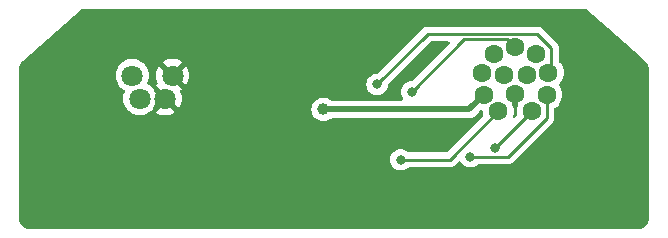
<source format=gbr>
%TF.GenerationSoftware,KiCad,Pcbnew,7.0.9*%
%TF.CreationDate,2024-04-07T02:27:09-04:00*%
%TF.ProjectId,rearbox_peripheral_io_bottom,72656172-626f-4785-9f70-657269706865,rev?*%
%TF.SameCoordinates,Original*%
%TF.FileFunction,Copper,L2,Bot*%
%TF.FilePolarity,Positive*%
%FSLAX46Y46*%
G04 Gerber Fmt 4.6, Leading zero omitted, Abs format (unit mm)*
G04 Created by KiCad (PCBNEW 7.0.9) date 2024-04-07 02:27:09*
%MOMM*%
%LPD*%
G01*
G04 APERTURE LIST*
%TA.AperFunction,ComponentPad*%
%ADD10C,1.600000*%
%TD*%
%TA.AperFunction,ComponentPad*%
%ADD11C,1.800000*%
%TD*%
%TA.AperFunction,ViaPad*%
%ADD12C,0.800000*%
%TD*%
%TA.AperFunction,ViaPad*%
%ADD13C,1.000000*%
%TD*%
%TA.AperFunction,Conductor*%
%ADD14C,0.250000*%
%TD*%
%TA.AperFunction,Conductor*%
%ADD15C,0.500000*%
%TD*%
G04 APERTURE END LIST*
D10*
%TO.P,J1,1,1*%
%TO.N,/Red*%
X91020130Y-71024150D03*
%TO.P,J1,2,2*%
%TO.N,Net-(Input1-Pad7)*%
X93876198Y-71024109D03*
%TO.P,J1,3,3*%
%TO.N,Net-(Input1-Pad6)*%
X95120143Y-69627500D03*
%TO.P,J1,4,4*%
%TO.N,Net-(Input1-Pad2)*%
X95252692Y-67761762D03*
%TO.P,J1,5,5*%
%TO.N,/Bl*%
X94218525Y-66203148D03*
%TO.P,J1,6,6*%
%TO.N,Net-(Input1-Pad5)*%
X92448158Y-65600214D03*
%TO.P,J1,7,7*%
%TO.N,Net-(Input1-Pad3)*%
X90677790Y-66203148D03*
%TO.P,J1,8,8*%
%TO.N,Net-(Input1-Pad4)*%
X89643624Y-67761762D03*
%TO.P,J1,9,9*%
%TO.N,Net-(J1-Pad9)*%
X89776172Y-69627500D03*
%TO.P,J1,10,10*%
%TO.N,GND*%
X92448158Y-69600116D03*
%TO.P,J1,11,11*%
%TO.N,unconnected-(J1-Pad11)*%
X93400785Y-67950119D03*
%TO.P,J1,12,12*%
%TO.N,unconnected-(J1-Pad12)*%
X91495530Y-67950119D03*
%TD*%
D11*
%TO.P,J3,1,Pin_1*%
%TO.N,Net-(J3-Pin_1)*%
X60031395Y-67999322D03*
%TO.P,J3,2,Pin_2*%
X60656489Y-69949321D03*
%TO.P,J3,3,Pin_3*%
%TO.N,GND*%
X63431439Y-67999322D03*
%TO.P,J3,4,Pin_4*%
X62806416Y-69949321D03*
%TD*%
D12*
%TO.N,Net-(Input1-Pad2)*%
X80746247Y-68757447D03*
%TO.N,Net-(Input1-Pad5)*%
X83667600Y-69392800D03*
%TO.N,Net-(Input1-Pad6)*%
X88646000Y-74879200D03*
%TO.N,Net-(Input1-Pad7)*%
X90728800Y-74154700D03*
%TO.N,/Red*%
X82753200Y-75133200D03*
D13*
%TO.N,Net-(J1-Pad9)*%
X76200000Y-70866000D03*
%TD*%
D14*
%TO.N,Net-(Input1-Pad2)*%
X94294814Y-64475214D02*
X95504000Y-65684400D01*
X80746953Y-68757447D02*
X85029186Y-64475214D01*
X95504000Y-67510454D02*
X95252692Y-67761762D01*
X95504000Y-65684400D02*
X95504000Y-67510454D01*
X80746247Y-68757447D02*
X80746953Y-68757447D01*
X85029186Y-64475214D02*
X94294814Y-64475214D01*
%TO.N,Net-(Input1-Pad5)*%
X91773158Y-64925214D02*
X92448158Y-65600214D01*
X88135186Y-64925214D02*
X91773158Y-64925214D01*
X83667600Y-69392800D02*
X88135186Y-64925214D01*
%TO.N,Net-(Input1-Pad6)*%
X91846400Y-74879200D02*
X95120143Y-71605457D01*
X88646000Y-74879200D02*
X91846400Y-74879200D01*
X95120143Y-71605457D02*
X95120143Y-69627500D01*
%TO.N,Net-(Input1-Pad7)*%
X90728800Y-74154700D02*
X90745607Y-74154700D01*
X90745607Y-74154700D02*
X93876198Y-71024109D01*
%TO.N,/Red*%
X86911080Y-75133200D02*
X91020130Y-71024150D01*
X82753200Y-75133200D02*
X86911080Y-75133200D01*
D15*
%TO.N,Net-(J1-Pad9)*%
X76200000Y-70866000D02*
X88537672Y-70866000D01*
X88537672Y-70866000D02*
X89776172Y-69627500D01*
%TD*%
%TA.AperFunction,Conductor*%
%TO.N,GND*%
G36*
X92698158Y-70445687D02*
G01*
X92686540Y-70498091D01*
X92649461Y-70577606D01*
X92649456Y-70577620D01*
X92590564Y-70797411D01*
X92590562Y-70797421D01*
X92571690Y-71013133D01*
X92568978Y-71020063D01*
X92569734Y-71021500D01*
X92571693Y-71035125D01*
X92579626Y-71125791D01*
X92589290Y-71236256D01*
X92590563Y-71250800D01*
X92590564Y-71250806D01*
X92608878Y-71319157D01*
X92607215Y-71389006D01*
X92576784Y-71438930D01*
X92464950Y-71550764D01*
X92403627Y-71584249D01*
X92333935Y-71579265D01*
X92278002Y-71537393D01*
X92253585Y-71471929D01*
X92257493Y-71430994D01*
X92305765Y-71250842D01*
X92324637Y-71035123D01*
X92327348Y-71028194D01*
X92326593Y-71026757D01*
X92324634Y-71013132D01*
X92321193Y-70973804D01*
X92305765Y-70797458D01*
X92246869Y-70577654D01*
X92246847Y-70577606D01*
X92209776Y-70498106D01*
X92198158Y-70445702D01*
X92198158Y-70216520D01*
X92287844Y-70250534D01*
X92407935Y-70265116D01*
X92488381Y-70265116D01*
X92608472Y-70250534D01*
X92698158Y-70216520D01*
X92698158Y-70445687D01*
G37*
%TD.AperFunction*%
%TA.AperFunction,Conductor*%
G36*
X98373163Y-62370461D02*
G01*
X98440185Y-62390199D01*
X98454868Y-62401274D01*
X100281799Y-64005094D01*
X103163671Y-66535023D01*
X103415216Y-66755848D01*
X103418963Y-66759426D01*
X103433460Y-66774473D01*
X103540668Y-66890578D01*
X103552161Y-66905057D01*
X103586336Y-66955403D01*
X103588455Y-66958750D01*
X103648182Y-67060110D01*
X103651227Y-67065971D01*
X103680522Y-67130532D01*
X103682924Y-67136674D01*
X103682949Y-67136748D01*
X103719875Y-67248384D01*
X103720998Y-67252183D01*
X103736387Y-67311080D01*
X103739712Y-67329252D01*
X103756425Y-67485674D01*
X103758275Y-67507341D01*
X103758500Y-67512617D01*
X103758500Y-80023289D01*
X103758264Y-80028697D01*
X103754523Y-80071445D01*
X103742082Y-80197760D01*
X103738454Y-80217699D01*
X103720601Y-80284330D01*
X103692318Y-80377563D01*
X103686040Y-80393971D01*
X103654614Y-80461367D01*
X103653101Y-80464393D01*
X103608236Y-80548327D01*
X103604341Y-80554667D01*
X103558015Y-80620828D01*
X103555154Y-80624600D01*
X103495895Y-80696808D01*
X103491806Y-80701320D01*
X103434320Y-80758806D01*
X103429808Y-80762895D01*
X103357600Y-80822154D01*
X103353828Y-80825015D01*
X103287667Y-80871341D01*
X103281327Y-80875236D01*
X103197393Y-80920101D01*
X103194367Y-80921614D01*
X103126971Y-80953040D01*
X103110563Y-80959318D01*
X103017330Y-80987601D01*
X102950699Y-81005454D01*
X102930760Y-81009082D01*
X102804445Y-81021523D01*
X102763789Y-81025080D01*
X102761696Y-81025264D01*
X102756290Y-81025500D01*
X51421710Y-81025500D01*
X51416303Y-81025264D01*
X51414015Y-81025063D01*
X51373554Y-81021523D01*
X51247238Y-81009082D01*
X51227299Y-81005454D01*
X51160669Y-80987601D01*
X51067435Y-80959319D01*
X51051027Y-80953040D01*
X51002433Y-80930381D01*
X50983618Y-80921607D01*
X50980605Y-80920101D01*
X50896671Y-80875236D01*
X50890331Y-80871341D01*
X50824170Y-80825015D01*
X50820398Y-80822154D01*
X50748190Y-80762895D01*
X50743688Y-80758815D01*
X50686182Y-80701309D01*
X50682103Y-80696808D01*
X50622844Y-80624600D01*
X50619983Y-80620828D01*
X50573657Y-80554667D01*
X50569762Y-80548327D01*
X50544982Y-80501969D01*
X50524888Y-80464375D01*
X50523406Y-80461411D01*
X50491958Y-80393971D01*
X50485682Y-80377570D01*
X50457398Y-80284330D01*
X50439541Y-80217685D01*
X50435918Y-80197771D01*
X50423482Y-80071519D01*
X50419735Y-80028695D01*
X50419500Y-80023293D01*
X50419500Y-67999328D01*
X58626095Y-67999328D01*
X58645259Y-68230619D01*
X58645261Y-68230630D01*
X58702237Y-68455622D01*
X58795470Y-68668170D01*
X58922411Y-68862469D01*
X58922414Y-68862473D01*
X58922416Y-68862475D01*
X59079611Y-69033235D01*
X59079614Y-69033237D01*
X59079617Y-69033240D01*
X59262760Y-69175786D01*
X59262770Y-69175793D01*
X59299398Y-69195615D01*
X59327008Y-69210556D01*
X59376599Y-69259775D01*
X59391707Y-69327991D01*
X59381547Y-69369421D01*
X59327332Y-69493020D01*
X59270355Y-69718012D01*
X59270353Y-69718023D01*
X59251189Y-69949314D01*
X59251189Y-69949327D01*
X59270353Y-70180618D01*
X59270355Y-70180629D01*
X59327331Y-70405621D01*
X59420564Y-70618169D01*
X59547505Y-70812468D01*
X59547508Y-70812472D01*
X59547510Y-70812474D01*
X59704705Y-70983234D01*
X59704708Y-70983236D01*
X59704711Y-70983239D01*
X59887854Y-71125785D01*
X59887860Y-71125789D01*
X59887863Y-71125791D01*
X60055349Y-71216430D01*
X60091141Y-71235800D01*
X60091986Y-71236257D01*
X60205976Y-71275389D01*
X60311504Y-71311618D01*
X60311506Y-71311618D01*
X60311508Y-71311619D01*
X60540440Y-71349821D01*
X60540441Y-71349821D01*
X60772537Y-71349821D01*
X60772538Y-71349821D01*
X61001470Y-71311619D01*
X61220992Y-71236257D01*
X61425115Y-71125791D01*
X61608273Y-70983234D01*
X61765468Y-70812474D01*
X61892413Y-70618170D01*
X61967743Y-70446434D01*
X61993616Y-70408565D01*
X62243642Y-70158539D01*
X62282317Y-70251909D01*
X62378491Y-70377246D01*
X62503828Y-70473420D01*
X62597195Y-70512093D01*
X62007615Y-71101672D01*
X62038066Y-71125371D01*
X62242113Y-71235797D01*
X62242122Y-71235800D01*
X62461555Y-71311132D01*
X62690409Y-71349321D01*
X62922423Y-71349321D01*
X63151276Y-71311132D01*
X63370709Y-71235800D01*
X63370718Y-71235797D01*
X63574766Y-71125371D01*
X63605214Y-71101672D01*
X63369542Y-70866000D01*
X75194659Y-70866000D01*
X75213975Y-71062129D01*
X75271188Y-71250733D01*
X75364086Y-71424532D01*
X75364090Y-71424539D01*
X75489116Y-71576883D01*
X75641460Y-71701909D01*
X75641467Y-71701913D01*
X75815266Y-71794811D01*
X75815269Y-71794811D01*
X75815273Y-71794814D01*
X76003868Y-71852024D01*
X76200000Y-71871341D01*
X76396132Y-71852024D01*
X76584727Y-71794814D01*
X76609917Y-71781350D01*
X76758532Y-71701913D01*
X76758538Y-71701910D01*
X76828313Y-71644647D01*
X76892623Y-71617334D01*
X76906978Y-71616500D01*
X88473967Y-71616500D01*
X88491937Y-71617809D01*
X88515695Y-71621289D01*
X88567740Y-71616735D01*
X88573142Y-71616500D01*
X88581376Y-71616500D01*
X88581381Y-71616500D01*
X88592999Y-71615141D01*
X88613948Y-71612693D01*
X88626700Y-71611577D01*
X88690469Y-71605999D01*
X88690477Y-71605996D01*
X88697538Y-71604539D01*
X88697550Y-71604598D01*
X88704915Y-71602965D01*
X88704901Y-71602906D01*
X88711918Y-71601241D01*
X88711927Y-71601241D01*
X88784095Y-71574974D01*
X88857006Y-71550814D01*
X88857015Y-71550807D01*
X88863554Y-71547760D01*
X88863580Y-71547816D01*
X88870362Y-71544532D01*
X88870335Y-71544478D01*
X88876778Y-71541240D01*
X88876789Y-71541237D01*
X88940955Y-71499034D01*
X89006328Y-71458712D01*
X89006334Y-71458705D01*
X89011997Y-71454229D01*
X89012034Y-71454277D01*
X89017876Y-71449518D01*
X89017836Y-71449471D01*
X89023358Y-71444836D01*
X89023368Y-71444830D01*
X89045070Y-71421825D01*
X89076058Y-71388982D01*
X89363367Y-71101672D01*
X89504606Y-70960432D01*
X89565927Y-70926949D01*
X89635618Y-70931933D01*
X89691552Y-70973804D01*
X89715813Y-71037307D01*
X89734494Y-71250836D01*
X89734495Y-71250841D01*
X89734496Y-71250847D01*
X89752810Y-71319198D01*
X89751147Y-71389047D01*
X89720716Y-71438971D01*
X86688308Y-74471381D01*
X86626985Y-74504866D01*
X86600627Y-74507700D01*
X83456948Y-74507700D01*
X83389909Y-74488015D01*
X83364800Y-74466674D01*
X83359073Y-74460314D01*
X83359069Y-74460310D01*
X83205934Y-74349051D01*
X83205929Y-74349048D01*
X83033007Y-74272057D01*
X83033002Y-74272055D01*
X82887201Y-74241065D01*
X82847846Y-74232700D01*
X82658554Y-74232700D01*
X82626097Y-74239598D01*
X82473397Y-74272055D01*
X82473392Y-74272057D01*
X82300470Y-74349048D01*
X82300465Y-74349051D01*
X82147329Y-74460311D01*
X82020666Y-74600985D01*
X81926021Y-74764915D01*
X81926018Y-74764922D01*
X81867527Y-74944940D01*
X81867526Y-74944944D01*
X81847740Y-75133200D01*
X81867526Y-75321456D01*
X81867527Y-75321459D01*
X81926018Y-75501477D01*
X81926021Y-75501484D01*
X82020667Y-75665416D01*
X82123569Y-75779700D01*
X82147329Y-75806088D01*
X82300465Y-75917348D01*
X82300470Y-75917351D01*
X82473392Y-75994342D01*
X82473397Y-75994344D01*
X82658554Y-76033700D01*
X82658555Y-76033700D01*
X82847844Y-76033700D01*
X82847846Y-76033700D01*
X83033003Y-75994344D01*
X83205930Y-75917351D01*
X83359071Y-75806088D01*
X83361988Y-75802847D01*
X83364800Y-75799726D01*
X83424287Y-75763079D01*
X83456948Y-75758700D01*
X86828337Y-75758700D01*
X86843957Y-75760424D01*
X86843984Y-75760139D01*
X86851740Y-75760871D01*
X86851747Y-75760873D01*
X86920894Y-75758700D01*
X86950430Y-75758700D01*
X86957308Y-75757830D01*
X86963121Y-75757372D01*
X87009707Y-75755909D01*
X87028949Y-75750317D01*
X87047992Y-75746374D01*
X87067872Y-75743864D01*
X87111202Y-75726707D01*
X87116726Y-75724817D01*
X87120476Y-75723727D01*
X87161470Y-75711818D01*
X87178709Y-75701622D01*
X87196183Y-75693062D01*
X87214807Y-75685688D01*
X87214807Y-75685687D01*
X87214812Y-75685686D01*
X87252529Y-75658282D01*
X87257385Y-75655092D01*
X87297500Y-75631370D01*
X87311669Y-75617199D01*
X87326459Y-75604568D01*
X87342667Y-75592794D01*
X87372379Y-75556876D01*
X87376292Y-75552576D01*
X87654249Y-75274619D01*
X87715570Y-75241136D01*
X87785262Y-75246120D01*
X87841195Y-75287992D01*
X87849315Y-75300302D01*
X87913465Y-75411414D01*
X88040129Y-75552088D01*
X88193265Y-75663348D01*
X88193270Y-75663351D01*
X88366192Y-75740342D01*
X88366197Y-75740344D01*
X88551354Y-75779700D01*
X88551355Y-75779700D01*
X88740644Y-75779700D01*
X88740646Y-75779700D01*
X88925803Y-75740344D01*
X89098730Y-75663351D01*
X89251871Y-75552088D01*
X89254788Y-75548847D01*
X89257600Y-75545726D01*
X89317087Y-75509079D01*
X89349748Y-75504700D01*
X91763657Y-75504700D01*
X91779277Y-75506424D01*
X91779304Y-75506139D01*
X91787060Y-75506871D01*
X91787067Y-75506873D01*
X91856214Y-75504700D01*
X91885750Y-75504700D01*
X91892628Y-75503830D01*
X91898441Y-75503372D01*
X91945027Y-75501909D01*
X91964269Y-75496317D01*
X91983312Y-75492374D01*
X92003192Y-75489864D01*
X92046522Y-75472707D01*
X92052046Y-75470817D01*
X92055796Y-75469727D01*
X92096790Y-75457818D01*
X92114029Y-75447622D01*
X92131503Y-75439062D01*
X92150127Y-75431688D01*
X92150127Y-75431687D01*
X92150132Y-75431686D01*
X92187849Y-75404282D01*
X92192705Y-75401092D01*
X92232820Y-75377370D01*
X92246989Y-75363199D01*
X92261779Y-75350568D01*
X92277987Y-75338794D01*
X92307699Y-75302876D01*
X92311612Y-75298576D01*
X95503929Y-72106259D01*
X95516191Y-72096437D01*
X95516008Y-72096216D01*
X95522010Y-72091249D01*
X95522020Y-72091243D01*
X95569384Y-72040805D01*
X95590263Y-72019927D01*
X95594516Y-72014443D01*
X95598293Y-72010020D01*
X95630205Y-71976039D01*
X95639857Y-71958480D01*
X95650532Y-71942229D01*
X95662817Y-71926393D01*
X95681329Y-71883609D01*
X95683885Y-71878392D01*
X95706340Y-71837549D01*
X95711323Y-71818137D01*
X95717620Y-71799748D01*
X95725581Y-71781352D01*
X95732872Y-71735310D01*
X95734051Y-71729619D01*
X95745643Y-71684476D01*
X95745643Y-71664440D01*
X95747170Y-71645039D01*
X95750303Y-71625261D01*
X95745918Y-71578872D01*
X95745643Y-71573034D01*
X95745643Y-70841688D01*
X95765328Y-70774649D01*
X95798520Y-70740113D01*
X95898838Y-70669870D01*
X95959282Y-70627547D01*
X96120190Y-70466639D01*
X96250711Y-70280234D01*
X96346882Y-70073996D01*
X96405778Y-69854192D01*
X96425611Y-69627500D01*
X96424831Y-69618589D01*
X96419944Y-69562730D01*
X96405778Y-69400808D01*
X96354733Y-69210305D01*
X96346884Y-69181011D01*
X96346881Y-69181002D01*
X96344449Y-69175786D01*
X96250711Y-68974766D01*
X96157253Y-68841293D01*
X96134927Y-68775089D01*
X96151937Y-68707322D01*
X96171142Y-68682496D01*
X96252739Y-68600901D01*
X96383260Y-68414496D01*
X96479431Y-68208258D01*
X96538327Y-67988454D01*
X96558160Y-67761762D01*
X96538327Y-67535070D01*
X96479431Y-67315266D01*
X96383260Y-67109028D01*
X96282694Y-66965403D01*
X96252737Y-66922620D01*
X96165819Y-66835702D01*
X96132334Y-66774379D01*
X96129500Y-66748021D01*
X96129500Y-65767137D01*
X96131224Y-65751523D01*
X96130938Y-65751496D01*
X96131672Y-65743733D01*
X96129500Y-65674603D01*
X96129500Y-65645051D01*
X96129500Y-65645050D01*
X96128629Y-65638159D01*
X96128172Y-65632345D01*
X96126709Y-65585772D01*
X96121122Y-65566544D01*
X96117174Y-65547484D01*
X96114664Y-65527608D01*
X96097507Y-65484275D01*
X96095619Y-65478759D01*
X96082619Y-65434012D01*
X96072418Y-65416763D01*
X96063860Y-65399294D01*
X96056486Y-65380668D01*
X96056483Y-65380664D01*
X96056483Y-65380663D01*
X96029098Y-65342971D01*
X96025890Y-65338087D01*
X96002172Y-65297982D01*
X96002163Y-65297971D01*
X95988005Y-65283813D01*
X95975370Y-65269020D01*
X95963593Y-65252812D01*
X95927693Y-65223113D01*
X95923381Y-65219190D01*
X94795617Y-64091426D01*
X94785794Y-64079164D01*
X94785573Y-64079348D01*
X94780600Y-64073337D01*
X94761973Y-64055845D01*
X94730178Y-64025987D01*
X94719733Y-64015542D01*
X94709289Y-64005097D01*
X94703800Y-64000839D01*
X94699375Y-63997061D01*
X94665396Y-63965152D01*
X94665394Y-63965150D01*
X94665391Y-63965149D01*
X94647843Y-63955502D01*
X94631577Y-63944818D01*
X94615747Y-63932539D01*
X94572982Y-63914032D01*
X94567736Y-63911462D01*
X94526907Y-63889017D01*
X94526906Y-63889016D01*
X94507507Y-63884036D01*
X94489095Y-63877732D01*
X94470712Y-63869776D01*
X94470706Y-63869774D01*
X94424688Y-63862486D01*
X94418966Y-63861301D01*
X94373835Y-63849714D01*
X94373833Y-63849714D01*
X94353798Y-63849714D01*
X94334400Y-63848187D01*
X94326976Y-63847011D01*
X94314619Y-63845054D01*
X94314618Y-63845054D01*
X94268230Y-63849439D01*
X94262392Y-63849714D01*
X85111929Y-63849714D01*
X85096308Y-63847989D01*
X85096282Y-63848275D01*
X85088520Y-63847541D01*
X85088519Y-63847541D01*
X85019372Y-63849714D01*
X84989835Y-63849714D01*
X84982952Y-63850583D01*
X84977135Y-63851040D01*
X84930559Y-63852504D01*
X84911315Y-63858095D01*
X84892265Y-63862039D01*
X84872397Y-63864548D01*
X84829070Y-63881702D01*
X84823544Y-63883593D01*
X84778800Y-63896593D01*
X84778796Y-63896595D01*
X84761552Y-63906793D01*
X84744091Y-63915347D01*
X84725460Y-63922724D01*
X84725448Y-63922731D01*
X84687756Y-63950116D01*
X84682873Y-63953323D01*
X84642766Y-63977043D01*
X84628600Y-63991209D01*
X84613810Y-64003841D01*
X84597600Y-64015618D01*
X84597597Y-64015621D01*
X84567896Y-64051523D01*
X84563963Y-64055845D01*
X80799181Y-67820628D01*
X80737858Y-67854113D01*
X80711500Y-67856947D01*
X80651601Y-67856947D01*
X80619144Y-67863845D01*
X80466444Y-67896302D01*
X80466439Y-67896304D01*
X80293517Y-67973295D01*
X80293512Y-67973298D01*
X80140376Y-68084558D01*
X80013713Y-68225232D01*
X79919068Y-68389162D01*
X79919065Y-68389169D01*
X79860574Y-68569187D01*
X79860573Y-68569191D01*
X79840787Y-68757447D01*
X79860573Y-68945703D01*
X79860574Y-68945706D01*
X79919065Y-69125724D01*
X79919068Y-69125731D01*
X80013714Y-69289663D01*
X80085303Y-69369170D01*
X80140376Y-69430335D01*
X80293512Y-69541595D01*
X80293517Y-69541598D01*
X80466439Y-69618589D01*
X80466444Y-69618591D01*
X80651601Y-69657947D01*
X80651602Y-69657947D01*
X80840891Y-69657947D01*
X80840893Y-69657947D01*
X81026050Y-69618591D01*
X81198977Y-69541598D01*
X81352118Y-69430335D01*
X81478780Y-69289663D01*
X81573426Y-69125731D01*
X81631921Y-68945703D01*
X81649485Y-68778581D01*
X81676069Y-68713968D01*
X81685116Y-68703872D01*
X85251958Y-65137033D01*
X85313281Y-65103548D01*
X85339639Y-65100714D01*
X86775734Y-65100714D01*
X86842773Y-65120399D01*
X86888528Y-65173203D01*
X86898472Y-65242361D01*
X86869447Y-65305917D01*
X86863415Y-65312394D01*
X85287813Y-66887996D01*
X83719828Y-68455981D01*
X83658505Y-68489466D01*
X83632147Y-68492300D01*
X83572954Y-68492300D01*
X83540497Y-68499198D01*
X83387797Y-68531655D01*
X83387792Y-68531657D01*
X83214870Y-68608648D01*
X83214865Y-68608651D01*
X83061729Y-68719911D01*
X82935066Y-68860585D01*
X82840421Y-69024515D01*
X82840418Y-69024522D01*
X82789572Y-69181011D01*
X82781926Y-69204544D01*
X82762140Y-69392800D01*
X82781926Y-69581056D01*
X82781927Y-69581059D01*
X82840418Y-69761077D01*
X82840421Y-69761084D01*
X82937656Y-69929500D01*
X82954129Y-69997400D01*
X82931276Y-70063427D01*
X82876355Y-70106618D01*
X82830269Y-70115500D01*
X76906978Y-70115500D01*
X76839939Y-70095815D01*
X76828313Y-70087353D01*
X76758539Y-70030090D01*
X76758532Y-70030086D01*
X76584733Y-69937188D01*
X76584727Y-69937186D01*
X76396132Y-69879976D01*
X76396129Y-69879975D01*
X76200000Y-69860659D01*
X76003870Y-69879975D01*
X75815266Y-69937188D01*
X75641467Y-70030086D01*
X75641460Y-70030090D01*
X75489116Y-70155116D01*
X75364090Y-70307460D01*
X75364086Y-70307467D01*
X75271188Y-70481266D01*
X75213975Y-70669870D01*
X75194659Y-70866000D01*
X63369542Y-70866000D01*
X63015636Y-70512094D01*
X63109004Y-70473420D01*
X63234341Y-70377246D01*
X63330515Y-70251910D01*
X63369189Y-70158541D01*
X63957602Y-70746955D01*
X64041900Y-70617927D01*
X64135098Y-70405456D01*
X64192054Y-70180539D01*
X64211214Y-69949326D01*
X64211214Y-69949315D01*
X64192054Y-69718102D01*
X64135098Y-69493186D01*
X64080700Y-69369170D01*
X64071797Y-69299870D01*
X64101774Y-69236758D01*
X64135240Y-69210305D01*
X64199781Y-69175378D01*
X64199788Y-69175373D01*
X64230237Y-69151673D01*
X63640659Y-68562095D01*
X63734027Y-68523421D01*
X63859364Y-68427247D01*
X63955538Y-68301911D01*
X63994212Y-68208542D01*
X64582625Y-68796956D01*
X64666923Y-68667928D01*
X64760121Y-68455457D01*
X64817077Y-68230540D01*
X64836237Y-67999327D01*
X64836237Y-67999316D01*
X64817077Y-67768103D01*
X64760121Y-67543186D01*
X64666922Y-67330712D01*
X64582625Y-67201686D01*
X63994211Y-67790100D01*
X63955538Y-67696734D01*
X63859364Y-67571397D01*
X63734027Y-67475223D01*
X63640659Y-67436549D01*
X64230238Y-66846970D01*
X64230238Y-66846969D01*
X64199788Y-66823271D01*
X63995741Y-66712845D01*
X63995732Y-66712842D01*
X63776299Y-66637510D01*
X63547446Y-66599322D01*
X63315432Y-66599322D01*
X63086578Y-66637510D01*
X62867145Y-66712842D01*
X62867137Y-66712845D01*
X62663083Y-66823274D01*
X62632639Y-66846968D01*
X62632639Y-66846969D01*
X63222218Y-67436548D01*
X63128851Y-67475223D01*
X63003514Y-67571397D01*
X62907340Y-67696733D01*
X62868665Y-67790101D01*
X62280251Y-67201687D01*
X62195955Y-67330713D01*
X62195953Y-67330717D01*
X62102756Y-67543186D01*
X62045800Y-67768103D01*
X62026641Y-67999316D01*
X62026641Y-67999327D01*
X62045800Y-68230540D01*
X62102756Y-68455457D01*
X62157154Y-68579472D01*
X62166057Y-68648772D01*
X62136080Y-68711884D01*
X62102617Y-68738336D01*
X62038062Y-68773272D01*
X62007616Y-68796967D01*
X62007616Y-68796968D01*
X62597195Y-69386547D01*
X62503828Y-69425222D01*
X62378491Y-69521396D01*
X62282317Y-69646732D01*
X62243642Y-69740100D01*
X61993616Y-69490074D01*
X61967741Y-69452203D01*
X61954758Y-69422605D01*
X61892413Y-69280472D01*
X61827432Y-69181011D01*
X61765472Y-69086173D01*
X61765469Y-69086170D01*
X61765468Y-69086168D01*
X61608273Y-68915408D01*
X61608268Y-68915404D01*
X61608266Y-68915402D01*
X61425123Y-68772856D01*
X61425108Y-68772846D01*
X61360874Y-68738084D01*
X61311283Y-68688864D01*
X61296176Y-68620648D01*
X61306334Y-68579224D01*
X61360552Y-68455622D01*
X61417529Y-68230627D01*
X61417530Y-68230619D01*
X61436695Y-67999328D01*
X61436695Y-67999315D01*
X61417530Y-67768024D01*
X61417528Y-67768013D01*
X61360552Y-67543021D01*
X61267319Y-67330473D01*
X61140378Y-67136174D01*
X61140375Y-67136171D01*
X61140374Y-67136169D01*
X60983179Y-66965409D01*
X60983174Y-66965405D01*
X60983172Y-66965403D01*
X60800029Y-66822857D01*
X60800023Y-66822853D01*
X60595899Y-66712386D01*
X60595890Y-66712383D01*
X60376379Y-66637024D01*
X60204677Y-66608372D01*
X60147444Y-66598822D01*
X59915346Y-66598822D01*
X59869559Y-66606462D01*
X59686410Y-66637024D01*
X59466899Y-66712383D01*
X59466890Y-66712386D01*
X59262766Y-66822853D01*
X59262760Y-66822857D01*
X59079617Y-66965403D01*
X59079614Y-66965406D01*
X59079611Y-66965408D01*
X59079611Y-66965409D01*
X59020662Y-67029444D01*
X58922411Y-67136174D01*
X58795470Y-67330473D01*
X58702237Y-67543021D01*
X58645261Y-67768013D01*
X58645259Y-67768024D01*
X58626095Y-67999315D01*
X58626095Y-67999328D01*
X50419500Y-67999328D01*
X50419500Y-67512408D01*
X50419725Y-67507130D01*
X50421498Y-67486372D01*
X50438126Y-67330713D01*
X50438280Y-67329276D01*
X50441604Y-67311108D01*
X50457036Y-67252057D01*
X50458128Y-67248364D01*
X50495068Y-67136711D01*
X50497447Y-67130627D01*
X50526817Y-67065908D01*
X50529842Y-67060087D01*
X50589512Y-66958829D01*
X50591620Y-66955502D01*
X50625902Y-66905002D01*
X50637365Y-66890562D01*
X50743842Y-66775227D01*
X50759225Y-66759262D01*
X50763006Y-66755658D01*
X55779444Y-62367062D01*
X55842860Y-62337737D01*
X55861182Y-62336390D01*
X98373163Y-62370461D01*
G37*
%TD.AperFunction*%
%TD*%
M02*

</source>
